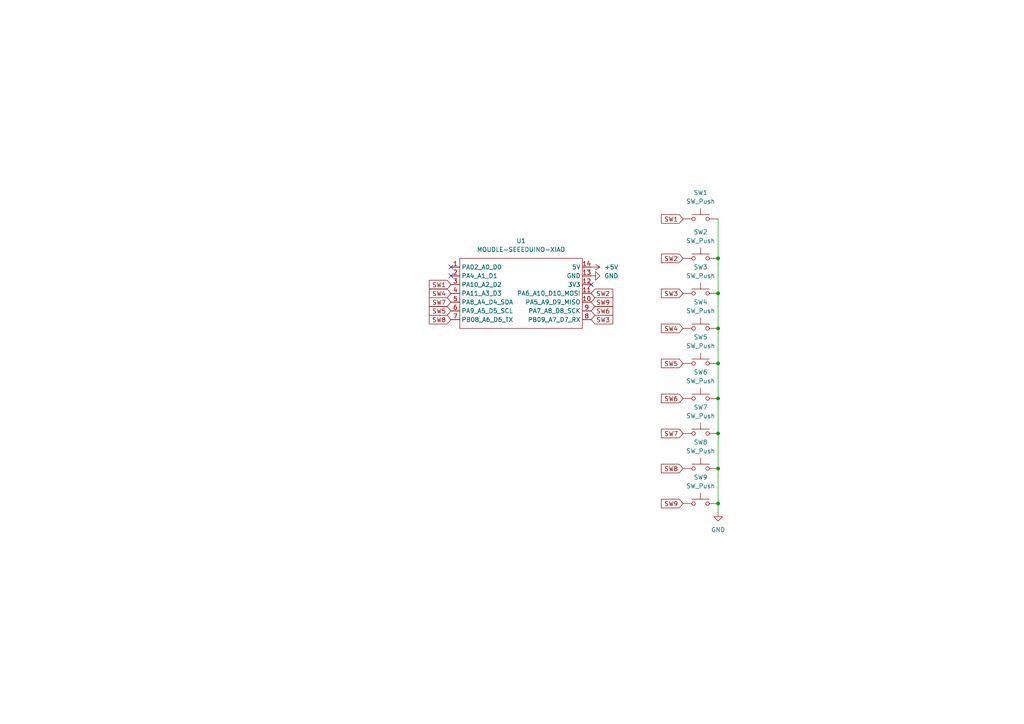
<source format=kicad_sch>
(kicad_sch
	(version 20231120)
	(generator "eeschema")
	(generator_version "8.0")
	(uuid "e85294c4-3915-4521-a263-339ab2d9fc4b")
	(paper "A4")
	(lib_symbols
		(symbol "RP2040lib:MOUDLE-SEEEDUINO-XIAO"
			(exclude_from_sim no)
			(in_bom yes)
			(on_board yes)
			(property "Reference" "U"
				(at -16.51 11.43 0)
				(effects
					(font
						(size 1.27 1.27)
					)
				)
			)
			(property "Value" "MOUDLE-SEEEDUINO-XIAO"
				(at -3.81 -11.43 0)
				(effects
					(font
						(size 1.27 1.27)
					)
				)
			)
			(property "Footprint" ""
				(at -16.51 2.54 0)
				(effects
					(font
						(size 1.27 1.27)
					)
					(hide yes)
				)
			)
			(property "Datasheet" ""
				(at -16.51 2.54 0)
				(effects
					(font
						(size 1.27 1.27)
					)
					(hide yes)
				)
			)
			(property "Description" ""
				(at 0 0 0)
				(effects
					(font
						(size 1.27 1.27)
					)
					(hide yes)
				)
			)
			(symbol "MOUDLE-SEEEDUINO-XIAO_0_1"
				(rectangle
					(start -16.51 10.16)
					(end 19.05 -10.16)
					(stroke
						(width 0)
						(type default)
					)
					(fill
						(type none)
					)
				)
			)
			(symbol "MOUDLE-SEEEDUINO-XIAO_1_1"
				(pin passive line
					(at -19.05 7.62 0)
					(length 2.54)
					(name "PA02_A0_D0"
						(effects
							(font
								(size 1.27 1.27)
							)
						)
					)
					(number "1"
						(effects
							(font
								(size 1.27 1.27)
							)
						)
					)
				)
				(pin passive line
					(at 21.59 -2.54 180)
					(length 2.54)
					(name "PA5_A9_D9_MISO"
						(effects
							(font
								(size 1.27 1.27)
							)
						)
					)
					(number "10"
						(effects
							(font
								(size 1.27 1.27)
							)
						)
					)
				)
				(pin passive line
					(at 21.59 0 180)
					(length 2.54)
					(name "PA6_A10_D10_MOSI"
						(effects
							(font
								(size 1.27 1.27)
							)
						)
					)
					(number "11"
						(effects
							(font
								(size 1.27 1.27)
							)
						)
					)
				)
				(pin passive line
					(at 21.59 2.54 180)
					(length 2.54)
					(name "3V3"
						(effects
							(font
								(size 1.27 1.27)
							)
						)
					)
					(number "12"
						(effects
							(font
								(size 1.27 1.27)
							)
						)
					)
				)
				(pin passive line
					(at 21.59 5.08 180)
					(length 2.54)
					(name "GND"
						(effects
							(font
								(size 1.27 1.27)
							)
						)
					)
					(number "13"
						(effects
							(font
								(size 1.27 1.27)
							)
						)
					)
				)
				(pin passive line
					(at 21.59 7.62 180)
					(length 2.54)
					(name "5V"
						(effects
							(font
								(size 1.27 1.27)
							)
						)
					)
					(number "14"
						(effects
							(font
								(size 1.27 1.27)
							)
						)
					)
				)
				(pin passive line
					(at -19.05 5.08 0)
					(length 2.54)
					(name "PA4_A1_D1"
						(effects
							(font
								(size 1.27 1.27)
							)
						)
					)
					(number "2"
						(effects
							(font
								(size 1.27 1.27)
							)
						)
					)
				)
				(pin passive line
					(at -19.05 2.54 0)
					(length 2.54)
					(name "PA10_A2_D2"
						(effects
							(font
								(size 1.27 1.27)
							)
						)
					)
					(number "3"
						(effects
							(font
								(size 1.27 1.27)
							)
						)
					)
				)
				(pin passive line
					(at -19.05 0 0)
					(length 2.54)
					(name "PA11_A3_D3"
						(effects
							(font
								(size 1.27 1.27)
							)
						)
					)
					(number "4"
						(effects
							(font
								(size 1.27 1.27)
							)
						)
					)
				)
				(pin passive line
					(at -19.05 -2.54 0)
					(length 2.54)
					(name "PA8_A4_D4_SDA"
						(effects
							(font
								(size 1.27 1.27)
							)
						)
					)
					(number "5"
						(effects
							(font
								(size 1.27 1.27)
							)
						)
					)
				)
				(pin passive line
					(at -19.05 -5.08 0)
					(length 2.54)
					(name "PA9_A5_D5_SCL"
						(effects
							(font
								(size 1.27 1.27)
							)
						)
					)
					(number "6"
						(effects
							(font
								(size 1.27 1.27)
							)
						)
					)
				)
				(pin passive line
					(at -19.05 -7.62 0)
					(length 2.54)
					(name "PB08_A6_D6_TX"
						(effects
							(font
								(size 1.27 1.27)
							)
						)
					)
					(number "7"
						(effects
							(font
								(size 1.27 1.27)
							)
						)
					)
				)
				(pin passive line
					(at 21.59 -7.62 180)
					(length 2.54)
					(name "PB09_A7_D7_RX"
						(effects
							(font
								(size 1.27 1.27)
							)
						)
					)
					(number "8"
						(effects
							(font
								(size 1.27 1.27)
							)
						)
					)
				)
				(pin passive line
					(at 21.59 -5.08 180)
					(length 2.54)
					(name "PA7_A8_D8_SCK"
						(effects
							(font
								(size 1.27 1.27)
							)
						)
					)
					(number "9"
						(effects
							(font
								(size 1.27 1.27)
							)
						)
					)
				)
			)
		)
		(symbol "Switch:SW_Push"
			(pin_numbers hide)
			(pin_names
				(offset 1.016) hide)
			(exclude_from_sim no)
			(in_bom yes)
			(on_board yes)
			(property "Reference" "SW"
				(at 1.27 2.54 0)
				(effects
					(font
						(size 1.27 1.27)
					)
					(justify left)
				)
			)
			(property "Value" "SW_Push"
				(at 0 -1.524 0)
				(effects
					(font
						(size 1.27 1.27)
					)
				)
			)
			(property "Footprint" ""
				(at 0 5.08 0)
				(effects
					(font
						(size 1.27 1.27)
					)
					(hide yes)
				)
			)
			(property "Datasheet" "~"
				(at 0 5.08 0)
				(effects
					(font
						(size 1.27 1.27)
					)
					(hide yes)
				)
			)
			(property "Description" "Push button switch, generic, two pins"
				(at 0 0 0)
				(effects
					(font
						(size 1.27 1.27)
					)
					(hide yes)
				)
			)
			(property "ki_keywords" "switch normally-open pushbutton push-button"
				(at 0 0 0)
				(effects
					(font
						(size 1.27 1.27)
					)
					(hide yes)
				)
			)
			(symbol "SW_Push_0_1"
				(circle
					(center -2.032 0)
					(radius 0.508)
					(stroke
						(width 0)
						(type default)
					)
					(fill
						(type none)
					)
				)
				(polyline
					(pts
						(xy 0 1.27) (xy 0 3.048)
					)
					(stroke
						(width 0)
						(type default)
					)
					(fill
						(type none)
					)
				)
				(polyline
					(pts
						(xy 2.54 1.27) (xy -2.54 1.27)
					)
					(stroke
						(width 0)
						(type default)
					)
					(fill
						(type none)
					)
				)
				(circle
					(center 2.032 0)
					(radius 0.508)
					(stroke
						(width 0)
						(type default)
					)
					(fill
						(type none)
					)
				)
				(pin passive line
					(at -5.08 0 0)
					(length 2.54)
					(name "1"
						(effects
							(font
								(size 1.27 1.27)
							)
						)
					)
					(number "1"
						(effects
							(font
								(size 1.27 1.27)
							)
						)
					)
				)
				(pin passive line
					(at 5.08 0 180)
					(length 2.54)
					(name "2"
						(effects
							(font
								(size 1.27 1.27)
							)
						)
					)
					(number "2"
						(effects
							(font
								(size 1.27 1.27)
							)
						)
					)
				)
			)
		)
		(symbol "power:+5V"
			(power)
			(pin_numbers hide)
			(pin_names
				(offset 0) hide)
			(exclude_from_sim no)
			(in_bom yes)
			(on_board yes)
			(property "Reference" "#PWR"
				(at 0 -3.81 0)
				(effects
					(font
						(size 1.27 1.27)
					)
					(hide yes)
				)
			)
			(property "Value" "+5V"
				(at 0 3.556 0)
				(effects
					(font
						(size 1.27 1.27)
					)
				)
			)
			(property "Footprint" ""
				(at 0 0 0)
				(effects
					(font
						(size 1.27 1.27)
					)
					(hide yes)
				)
			)
			(property "Datasheet" ""
				(at 0 0 0)
				(effects
					(font
						(size 1.27 1.27)
					)
					(hide yes)
				)
			)
			(property "Description" "Power symbol creates a global label with name \"+5V\""
				(at 0 0 0)
				(effects
					(font
						(size 1.27 1.27)
					)
					(hide yes)
				)
			)
			(property "ki_keywords" "global power"
				(at 0 0 0)
				(effects
					(font
						(size 1.27 1.27)
					)
					(hide yes)
				)
			)
			(symbol "+5V_0_1"
				(polyline
					(pts
						(xy -0.762 1.27) (xy 0 2.54)
					)
					(stroke
						(width 0)
						(type default)
					)
					(fill
						(type none)
					)
				)
				(polyline
					(pts
						(xy 0 0) (xy 0 2.54)
					)
					(stroke
						(width 0)
						(type default)
					)
					(fill
						(type none)
					)
				)
				(polyline
					(pts
						(xy 0 2.54) (xy 0.762 1.27)
					)
					(stroke
						(width 0)
						(type default)
					)
					(fill
						(type none)
					)
				)
			)
			(symbol "+5V_1_1"
				(pin power_in line
					(at 0 0 90)
					(length 0)
					(name "~"
						(effects
							(font
								(size 1.27 1.27)
							)
						)
					)
					(number "1"
						(effects
							(font
								(size 1.27 1.27)
							)
						)
					)
				)
			)
		)
		(symbol "power:GND"
			(power)
			(pin_numbers hide)
			(pin_names
				(offset 0) hide)
			(exclude_from_sim no)
			(in_bom yes)
			(on_board yes)
			(property "Reference" "#PWR"
				(at 0 -6.35 0)
				(effects
					(font
						(size 1.27 1.27)
					)
					(hide yes)
				)
			)
			(property "Value" "GND"
				(at 0 -3.81 0)
				(effects
					(font
						(size 1.27 1.27)
					)
				)
			)
			(property "Footprint" ""
				(at 0 0 0)
				(effects
					(font
						(size 1.27 1.27)
					)
					(hide yes)
				)
			)
			(property "Datasheet" ""
				(at 0 0 0)
				(effects
					(font
						(size 1.27 1.27)
					)
					(hide yes)
				)
			)
			(property "Description" "Power symbol creates a global label with name \"GND\" , ground"
				(at 0 0 0)
				(effects
					(font
						(size 1.27 1.27)
					)
					(hide yes)
				)
			)
			(property "ki_keywords" "global power"
				(at 0 0 0)
				(effects
					(font
						(size 1.27 1.27)
					)
					(hide yes)
				)
			)
			(symbol "GND_0_1"
				(polyline
					(pts
						(xy 0 0) (xy 0 -1.27) (xy 1.27 -1.27) (xy 0 -2.54) (xy -1.27 -1.27) (xy 0 -1.27)
					)
					(stroke
						(width 0)
						(type default)
					)
					(fill
						(type none)
					)
				)
			)
			(symbol "GND_1_1"
				(pin power_in line
					(at 0 0 270)
					(length 0)
					(name "~"
						(effects
							(font
								(size 1.27 1.27)
							)
						)
					)
					(number "1"
						(effects
							(font
								(size 1.27 1.27)
							)
						)
					)
				)
			)
		)
	)
	(junction
		(at 208.28 146.05)
		(diameter 0)
		(color 0 0 0 0)
		(uuid "06b59f61-48fb-4bad-a105-77f8e6f1c38a")
	)
	(junction
		(at 208.28 74.93)
		(diameter 0)
		(color 0 0 0 0)
		(uuid "2666510a-6668-45d5-b612-926f1b8b0b7f")
	)
	(junction
		(at 208.28 135.89)
		(diameter 0)
		(color 0 0 0 0)
		(uuid "7b3fb772-8e4c-4868-9d20-735ce3cb1c76")
	)
	(junction
		(at 208.28 95.25)
		(diameter 0)
		(color 0 0 0 0)
		(uuid "b1a98be6-072b-4491-b1f8-42532252845a")
	)
	(junction
		(at 208.28 115.57)
		(diameter 0)
		(color 0 0 0 0)
		(uuid "b2499325-b7a1-4872-a184-46a30a45d6e6")
	)
	(junction
		(at 208.28 125.73)
		(diameter 0)
		(color 0 0 0 0)
		(uuid "c4d95d79-d7d1-4dc7-85a3-b86fb318d520")
	)
	(junction
		(at 208.28 85.09)
		(diameter 0)
		(color 0 0 0 0)
		(uuid "e4b749d2-ef0e-4100-a617-3612248ec44f")
	)
	(junction
		(at 208.28 105.41)
		(diameter 0)
		(color 0 0 0 0)
		(uuid "f9a9f9c3-894c-4560-81a4-31e7ebced7b9")
	)
	(no_connect
		(at 130.81 80.01)
		(uuid "1719a1bc-6fab-47e9-95a2-269d7cb12832")
	)
	(no_connect
		(at 130.81 77.47)
		(uuid "69e19833-8858-41e7-a84d-4601db7fb2b2")
	)
	(no_connect
		(at 171.45 82.55)
		(uuid "fbc754ad-1db7-40a2-8918-466b54c1eb91")
	)
	(wire
		(pts
			(xy 208.28 105.41) (xy 208.28 115.57)
		)
		(stroke
			(width 0)
			(type default)
		)
		(uuid "0385f56a-0f25-4292-bfe8-15443fc89de1")
	)
	(wire
		(pts
			(xy 208.28 115.57) (xy 208.28 125.73)
		)
		(stroke
			(width 0)
			(type default)
		)
		(uuid "1dec924a-ca2f-4c9c-bd50-ba4d61aacba6")
	)
	(wire
		(pts
			(xy 208.28 135.89) (xy 208.28 146.05)
		)
		(stroke
			(width 0)
			(type default)
		)
		(uuid "2348a967-6c5c-4d5c-8c8c-99bd842bcfa2")
	)
	(wire
		(pts
			(xy 208.28 85.09) (xy 208.28 95.25)
		)
		(stroke
			(width 0)
			(type default)
		)
		(uuid "59b8b601-e24e-41f9-ae1d-a1e487625091")
	)
	(wire
		(pts
			(xy 208.28 146.05) (xy 208.28 148.59)
		)
		(stroke
			(width 0)
			(type default)
		)
		(uuid "73ad7d52-7258-417a-a843-9db1738b238e")
	)
	(wire
		(pts
			(xy 208.28 95.25) (xy 208.28 105.41)
		)
		(stroke
			(width 0)
			(type default)
		)
		(uuid "b7d2df30-f138-4b5b-b8e1-54dc281e6496")
	)
	(wire
		(pts
			(xy 208.28 125.73) (xy 208.28 135.89)
		)
		(stroke
			(width 0)
			(type default)
		)
		(uuid "ca54b330-0d85-4c22-805c-b37b648997e6")
	)
	(wire
		(pts
			(xy 208.28 63.5) (xy 208.28 74.93)
		)
		(stroke
			(width 0)
			(type default)
		)
		(uuid "cba1ae4c-ed09-49d4-872c-b706aa6a81a0")
	)
	(wire
		(pts
			(xy 208.28 74.93) (xy 208.28 85.09)
		)
		(stroke
			(width 0)
			(type default)
		)
		(uuid "fe2eafd0-bec1-4327-ab4e-a19ae3ac084e")
	)
	(global_label "SW1"
		(shape input)
		(at 130.81 82.55 180)
		(fields_autoplaced yes)
		(effects
			(font
				(size 1.27 1.27)
			)
			(justify right)
		)
		(uuid "1ecfcc2d-6410-477e-9318-a9a649089c30")
		(property "Intersheetrefs" "${INTERSHEET_REFS}"
			(at 123.9544 82.55 0)
			(effects
				(font
					(size 1.27 1.27)
				)
				(justify right)
				(hide yes)
			)
		)
	)
	(global_label "SW8"
		(shape input)
		(at 198.12 135.89 180)
		(fields_autoplaced yes)
		(effects
			(font
				(size 1.27 1.27)
			)
			(justify right)
		)
		(uuid "1fbfa859-385d-4752-ae4a-a5c5b656fc3b")
		(property "Intersheetrefs" "${INTERSHEET_REFS}"
			(at 191.2644 135.89 0)
			(effects
				(font
					(size 1.27 1.27)
				)
				(justify right)
				(hide yes)
			)
		)
	)
	(global_label "SW9"
		(shape input)
		(at 171.45 87.63 0)
		(fields_autoplaced yes)
		(effects
			(font
				(size 1.27 1.27)
			)
			(justify left)
		)
		(uuid "238eec7b-fd14-400a-8f8c-930b35c1db15")
		(property "Intersheetrefs" "${INTERSHEET_REFS}"
			(at 178.3056 87.63 0)
			(effects
				(font
					(size 1.27 1.27)
				)
				(justify left)
				(hide yes)
			)
		)
	)
	(global_label "SW6"
		(shape input)
		(at 171.45 90.17 0)
		(fields_autoplaced yes)
		(effects
			(font
				(size 1.27 1.27)
			)
			(justify left)
		)
		(uuid "2578bff3-a491-4587-85c6-e72d58e2693d")
		(property "Intersheetrefs" "${INTERSHEET_REFS}"
			(at 178.3056 90.17 0)
			(effects
				(font
					(size 1.27 1.27)
				)
				(justify left)
				(hide yes)
			)
		)
	)
	(global_label "SW2"
		(shape input)
		(at 171.45 85.09 0)
		(fields_autoplaced yes)
		(effects
			(font
				(size 1.27 1.27)
			)
			(justify left)
		)
		(uuid "346baebc-fe36-4aa3-a471-bb9216945b06")
		(property "Intersheetrefs" "${INTERSHEET_REFS}"
			(at 178.3056 85.09 0)
			(effects
				(font
					(size 1.27 1.27)
				)
				(justify left)
				(hide yes)
			)
		)
	)
	(global_label "SW6"
		(shape input)
		(at 198.12 115.57 180)
		(fields_autoplaced yes)
		(effects
			(font
				(size 1.27 1.27)
			)
			(justify right)
		)
		(uuid "3744b71f-143c-49ad-8c6d-84290cc19991")
		(property "Intersheetrefs" "${INTERSHEET_REFS}"
			(at 191.2644 115.57 0)
			(effects
				(font
					(size 1.27 1.27)
				)
				(justify right)
				(hide yes)
			)
		)
	)
	(global_label "SW7"
		(shape input)
		(at 198.12 125.73 180)
		(fields_autoplaced yes)
		(effects
			(font
				(size 1.27 1.27)
			)
			(justify right)
		)
		(uuid "428a23e7-5733-4768-9094-baa31616fb0f")
		(property "Intersheetrefs" "${INTERSHEET_REFS}"
			(at 191.2644 125.73 0)
			(effects
				(font
					(size 1.27 1.27)
				)
				(justify right)
				(hide yes)
			)
		)
	)
	(global_label "SW7"
		(shape input)
		(at 130.81 87.63 180)
		(fields_autoplaced yes)
		(effects
			(font
				(size 1.27 1.27)
			)
			(justify right)
		)
		(uuid "4795eb04-bd8b-4db9-b4b2-a0c903512c7d")
		(property "Intersheetrefs" "${INTERSHEET_REFS}"
			(at 123.9544 87.63 0)
			(effects
				(font
					(size 1.27 1.27)
				)
				(justify right)
				(hide yes)
			)
		)
	)
	(global_label "SW1"
		(shape input)
		(at 198.12 63.5 180)
		(fields_autoplaced yes)
		(effects
			(font
				(size 1.27 1.27)
			)
			(justify right)
		)
		(uuid "52ab3035-818f-4285-a782-51268b5f1e98")
		(property "Intersheetrefs" "${INTERSHEET_REFS}"
			(at 191.2644 63.5 0)
			(effects
				(font
					(size 1.27 1.27)
				)
				(justify right)
				(hide yes)
			)
		)
	)
	(global_label "SW8"
		(shape input)
		(at 130.81 92.71 180)
		(fields_autoplaced yes)
		(effects
			(font
				(size 1.27 1.27)
			)
			(justify right)
		)
		(uuid "6b61f953-b43d-4935-a853-1b482195c4ae")
		(property "Intersheetrefs" "${INTERSHEET_REFS}"
			(at 123.9544 92.71 0)
			(effects
				(font
					(size 1.27 1.27)
				)
				(justify right)
				(hide yes)
			)
		)
	)
	(global_label "SW3"
		(shape input)
		(at 171.45 92.71 0)
		(fields_autoplaced yes)
		(effects
			(font
				(size 1.27 1.27)
			)
			(justify left)
		)
		(uuid "72efc738-d48c-4947-809c-f49da9d8aa92")
		(property "Intersheetrefs" "${INTERSHEET_REFS}"
			(at 178.3056 92.71 0)
			(effects
				(font
					(size 1.27 1.27)
				)
				(justify left)
				(hide yes)
			)
		)
	)
	(global_label "SW5"
		(shape input)
		(at 198.12 105.41 180)
		(fields_autoplaced yes)
		(effects
			(font
				(size 1.27 1.27)
			)
			(justify right)
		)
		(uuid "88a4dbb6-15ef-4a1d-82c0-070c8f0ace16")
		(property "Intersheetrefs" "${INTERSHEET_REFS}"
			(at 191.2644 105.41 0)
			(effects
				(font
					(size 1.27 1.27)
				)
				(justify right)
				(hide yes)
			)
		)
	)
	(global_label "SW2"
		(shape input)
		(at 198.12 74.93 180)
		(fields_autoplaced yes)
		(effects
			(font
				(size 1.27 1.27)
			)
			(justify right)
		)
		(uuid "89583503-d9fb-4b35-b411-b8282adf7b8c")
		(property "Intersheetrefs" "${INTERSHEET_REFS}"
			(at 191.2644 74.93 0)
			(effects
				(font
					(size 1.27 1.27)
				)
				(justify right)
				(hide yes)
			)
		)
	)
	(global_label "SW9"
		(shape input)
		(at 198.12 146.05 180)
		(fields_autoplaced yes)
		(effects
			(font
				(size 1.27 1.27)
			)
			(justify right)
		)
		(uuid "aa393be1-cab1-4b7d-b946-834e90743a7f")
		(property "Intersheetrefs" "${INTERSHEET_REFS}"
			(at 191.2644 146.05 0)
			(effects
				(font
					(size 1.27 1.27)
				)
				(justify right)
				(hide yes)
			)
		)
	)
	(global_label "SW4"
		(shape input)
		(at 130.81 85.09 180)
		(fields_autoplaced yes)
		(effects
			(font
				(size 1.27 1.27)
			)
			(justify right)
		)
		(uuid "ad28038a-2ce4-4f6a-9fcc-cfc1f1bfa17d")
		(property "Intersheetrefs" "${INTERSHEET_REFS}"
			(at 123.9544 85.09 0)
			(effects
				(font
					(size 1.27 1.27)
				)
				(justify right)
				(hide yes)
			)
		)
	)
	(global_label "SW4"
		(shape input)
		(at 198.12 95.25 180)
		(fields_autoplaced yes)
		(effects
			(font
				(size 1.27 1.27)
			)
			(justify right)
		)
		(uuid "be6c08ba-3882-4337-aad3-bf385a8fd80b")
		(property "Intersheetrefs" "${INTERSHEET_REFS}"
			(at 191.2644 95.25 0)
			(effects
				(font
					(size 1.27 1.27)
				)
				(justify right)
				(hide yes)
			)
		)
	)
	(global_label "SW5"
		(shape input)
		(at 130.81 90.17 180)
		(fields_autoplaced yes)
		(effects
			(font
				(size 1.27 1.27)
			)
			(justify right)
		)
		(uuid "e79b5648-f4df-43d6-9c31-5a2ce40dff92")
		(property "Intersheetrefs" "${INTERSHEET_REFS}"
			(at 123.9544 90.17 0)
			(effects
				(font
					(size 1.27 1.27)
				)
				(justify right)
				(hide yes)
			)
		)
	)
	(global_label "SW3"
		(shape input)
		(at 198.12 85.09 180)
		(fields_autoplaced yes)
		(effects
			(font
				(size 1.27 1.27)
			)
			(justify right)
		)
		(uuid "e805bcf0-97d7-445b-bbb0-2b12b58b3ba2")
		(property "Intersheetrefs" "${INTERSHEET_REFS}"
			(at 191.2644 85.09 0)
			(effects
				(font
					(size 1.27 1.27)
				)
				(justify right)
				(hide yes)
			)
		)
	)
	(symbol
		(lib_id "Switch:SW_Push")
		(at 203.2 135.89 0)
		(unit 1)
		(exclude_from_sim no)
		(in_bom yes)
		(on_board yes)
		(dnp no)
		(fields_autoplaced yes)
		(uuid "10b0339e-94b2-409a-a8a9-6a491d3561d4")
		(property "Reference" "SW8"
			(at 203.2 128.27 0)
			(effects
				(font
					(size 1.27 1.27)
				)
			)
		)
		(property "Value" "SW_Push"
			(at 203.2 130.81 0)
			(effects
				(font
					(size 1.27 1.27)
				)
			)
		)
		(property "Footprint" "Button_Switch_Keyboard:SW_Cherry_MX_1.00u_PCB"
			(at 203.2 130.81 0)
			(effects
				(font
					(size 1.27 1.27)
				)
				(hide yes)
			)
		)
		(property "Datasheet" "~"
			(at 203.2 130.81 0)
			(effects
				(font
					(size 1.27 1.27)
				)
				(hide yes)
			)
		)
		(property "Description" "Push button switch, generic, two pins"
			(at 203.2 135.89 0)
			(effects
				(font
					(size 1.27 1.27)
				)
				(hide yes)
			)
		)
		(pin "1"
			(uuid "4ac21cde-8f86-48c3-8a95-86acfe22beb2")
		)
		(pin "2"
			(uuid "188159de-d4e9-48ec-9d86-01a0b50a5b4b")
		)
		(instances
			(project "hackapad"
				(path "/e85294c4-3915-4521-a263-339ab2d9fc4b"
					(reference "SW8")
					(unit 1)
				)
			)
		)
	)
	(symbol
		(lib_id "power:+5V")
		(at 171.45 77.47 270)
		(unit 1)
		(exclude_from_sim no)
		(in_bom yes)
		(on_board yes)
		(dnp no)
		(fields_autoplaced yes)
		(uuid "1427f96a-cfa4-4617-9389-161fa37457f9")
		(property "Reference" "#PWR03"
			(at 167.64 77.47 0)
			(effects
				(font
					(size 1.27 1.27)
				)
				(hide yes)
			)
		)
		(property "Value" "+5V"
			(at 175.26 77.4699 90)
			(effects
				(font
					(size 1.27 1.27)
				)
				(justify left)
			)
		)
		(property "Footprint" ""
			(at 171.45 77.47 0)
			(effects
				(font
					(size 1.27 1.27)
				)
				(hide yes)
			)
		)
		(property "Datasheet" ""
			(at 171.45 77.47 0)
			(effects
				(font
					(size 1.27 1.27)
				)
				(hide yes)
			)
		)
		(property "Description" "Power symbol creates a global label with name \"+5V\""
			(at 171.45 77.47 0)
			(effects
				(font
					(size 1.27 1.27)
				)
				(hide yes)
			)
		)
		(pin "1"
			(uuid "5bc5bb8b-b710-4561-a919-9d0301684853")
		)
		(instances
			(project ""
				(path "/e85294c4-3915-4521-a263-339ab2d9fc4b"
					(reference "#PWR03")
					(unit 1)
				)
			)
		)
	)
	(symbol
		(lib_id "Switch:SW_Push")
		(at 203.2 125.73 0)
		(unit 1)
		(exclude_from_sim no)
		(in_bom yes)
		(on_board yes)
		(dnp no)
		(fields_autoplaced yes)
		(uuid "29072481-9af9-46b3-acca-35545294cd61")
		(property "Reference" "SW7"
			(at 203.2 118.11 0)
			(effects
				(font
					(size 1.27 1.27)
				)
			)
		)
		(property "Value" "SW_Push"
			(at 203.2 120.65 0)
			(effects
				(font
					(size 1.27 1.27)
				)
			)
		)
		(property "Footprint" "Button_Switch_Keyboard:SW_Cherry_MX_1.00u_PCB"
			(at 203.2 120.65 0)
			(effects
				(font
					(size 1.27 1.27)
				)
				(hide yes)
			)
		)
		(property "Datasheet" "~"
			(at 203.2 120.65 0)
			(effects
				(font
					(size 1.27 1.27)
				)
				(hide yes)
			)
		)
		(property "Description" "Push button switch, generic, two pins"
			(at 203.2 125.73 0)
			(effects
				(font
					(size 1.27 1.27)
				)
				(hide yes)
			)
		)
		(pin "1"
			(uuid "e82f530f-6cdf-44a6-85e1-ae3beb2b7134")
		)
		(pin "2"
			(uuid "1ba622ff-ef1d-42f0-98e3-08dafca6c0eb")
		)
		(instances
			(project "hackapad"
				(path "/e85294c4-3915-4521-a263-339ab2d9fc4b"
					(reference "SW7")
					(unit 1)
				)
			)
		)
	)
	(symbol
		(lib_id "Switch:SW_Push")
		(at 203.2 95.25 0)
		(unit 1)
		(exclude_from_sim no)
		(in_bom yes)
		(on_board yes)
		(dnp no)
		(fields_autoplaced yes)
		(uuid "65d2a5ae-2b46-4cef-ae71-74285b827cd6")
		(property "Reference" "SW4"
			(at 203.2 87.63 0)
			(effects
				(font
					(size 1.27 1.27)
				)
			)
		)
		(property "Value" "SW_Push"
			(at 203.2 90.17 0)
			(effects
				(font
					(size 1.27 1.27)
				)
			)
		)
		(property "Footprint" "Button_Switch_Keyboard:SW_Cherry_MX_1.00u_PCB"
			(at 203.2 90.17 0)
			(effects
				(font
					(size 1.27 1.27)
				)
				(hide yes)
			)
		)
		(property "Datasheet" "~"
			(at 203.2 90.17 0)
			(effects
				(font
					(size 1.27 1.27)
				)
				(hide yes)
			)
		)
		(property "Description" "Push button switch, generic, two pins"
			(at 203.2 95.25 0)
			(effects
				(font
					(size 1.27 1.27)
				)
				(hide yes)
			)
		)
		(pin "1"
			(uuid "bc60e1ea-f40e-4a66-8d5f-857ae66448c4")
		)
		(pin "2"
			(uuid "8000dbac-8738-4aee-8291-e734b6ebb62c")
		)
		(instances
			(project "hackapad"
				(path "/e85294c4-3915-4521-a263-339ab2d9fc4b"
					(reference "SW4")
					(unit 1)
				)
			)
		)
	)
	(symbol
		(lib_id "Switch:SW_Push")
		(at 203.2 146.05 0)
		(unit 1)
		(exclude_from_sim no)
		(in_bom yes)
		(on_board yes)
		(dnp no)
		(fields_autoplaced yes)
		(uuid "77c220de-2c5f-4431-ab96-da9dedf658d6")
		(property "Reference" "SW9"
			(at 203.2 138.43 0)
			(effects
				(font
					(size 1.27 1.27)
				)
			)
		)
		(property "Value" "SW_Push"
			(at 203.2 140.97 0)
			(effects
				(font
					(size 1.27 1.27)
				)
			)
		)
		(property "Footprint" "Button_Switch_Keyboard:SW_Cherry_MX_1.00u_PCB"
			(at 203.2 140.97 0)
			(effects
				(font
					(size 1.27 1.27)
				)
				(hide yes)
			)
		)
		(property "Datasheet" "~"
			(at 203.2 140.97 0)
			(effects
				(font
					(size 1.27 1.27)
				)
				(hide yes)
			)
		)
		(property "Description" "Push button switch, generic, two pins"
			(at 203.2 146.05 0)
			(effects
				(font
					(size 1.27 1.27)
				)
				(hide yes)
			)
		)
		(pin "1"
			(uuid "6cd64e4e-9a80-4706-b608-6dba4b43dcf9")
		)
		(pin "2"
			(uuid "3abca933-3101-4664-9b73-bdc624b3ec67")
		)
		(instances
			(project "hackapad"
				(path "/e85294c4-3915-4521-a263-339ab2d9fc4b"
					(reference "SW9")
					(unit 1)
				)
			)
		)
	)
	(symbol
		(lib_id "Switch:SW_Push")
		(at 203.2 74.93 0)
		(unit 1)
		(exclude_from_sim no)
		(in_bom yes)
		(on_board yes)
		(dnp no)
		(fields_autoplaced yes)
		(uuid "898dda65-6d36-4438-8806-87541a85ee87")
		(property "Reference" "SW2"
			(at 203.2 67.31 0)
			(effects
				(font
					(size 1.27 1.27)
				)
			)
		)
		(property "Value" "SW_Push"
			(at 203.2 69.85 0)
			(effects
				(font
					(size 1.27 1.27)
				)
			)
		)
		(property "Footprint" "Button_Switch_Keyboard:SW_Cherry_MX_1.00u_PCB"
			(at 203.2 69.85 0)
			(effects
				(font
					(size 1.27 1.27)
				)
				(hide yes)
			)
		)
		(property "Datasheet" "~"
			(at 203.2 69.85 0)
			(effects
				(font
					(size 1.27 1.27)
				)
				(hide yes)
			)
		)
		(property "Description" "Push button switch, generic, two pins"
			(at 203.2 74.93 0)
			(effects
				(font
					(size 1.27 1.27)
				)
				(hide yes)
			)
		)
		(pin "1"
			(uuid "7d5d6f28-5566-495b-b96a-bb8d57470a4a")
		)
		(pin "2"
			(uuid "137afe7a-0eba-449e-b4d9-c193a0d13554")
		)
		(instances
			(project "hackapad"
				(path "/e85294c4-3915-4521-a263-339ab2d9fc4b"
					(reference "SW2")
					(unit 1)
				)
			)
		)
	)
	(symbol
		(lib_id "power:GND")
		(at 208.28 148.59 0)
		(unit 1)
		(exclude_from_sim no)
		(in_bom yes)
		(on_board yes)
		(dnp no)
		(fields_autoplaced yes)
		(uuid "93b65f1b-175b-498c-b6f7-9e13631cb133")
		(property "Reference" "#PWR01"
			(at 208.28 154.94 0)
			(effects
				(font
					(size 1.27 1.27)
				)
				(hide yes)
			)
		)
		(property "Value" "GND"
			(at 208.28 153.67 0)
			(effects
				(font
					(size 1.27 1.27)
				)
			)
		)
		(property "Footprint" ""
			(at 208.28 148.59 0)
			(effects
				(font
					(size 1.27 1.27)
				)
				(hide yes)
			)
		)
		(property "Datasheet" ""
			(at 208.28 148.59 0)
			(effects
				(font
					(size 1.27 1.27)
				)
				(hide yes)
			)
		)
		(property "Description" "Power symbol creates a global label with name \"GND\" , ground"
			(at 208.28 148.59 0)
			(effects
				(font
					(size 1.27 1.27)
				)
				(hide yes)
			)
		)
		(pin "1"
			(uuid "516e0e17-4446-4956-8028-fee42d80fd3a")
		)
		(instances
			(project ""
				(path "/e85294c4-3915-4521-a263-339ab2d9fc4b"
					(reference "#PWR01")
					(unit 1)
				)
			)
		)
	)
	(symbol
		(lib_id "Switch:SW_Push")
		(at 203.2 115.57 0)
		(unit 1)
		(exclude_from_sim no)
		(in_bom yes)
		(on_board yes)
		(dnp no)
		(fields_autoplaced yes)
		(uuid "a7b1fd05-741a-4560-8eac-e0bf1b86f10f")
		(property "Reference" "SW6"
			(at 203.2 107.95 0)
			(effects
				(font
					(size 1.27 1.27)
				)
			)
		)
		(property "Value" "SW_Push"
			(at 203.2 110.49 0)
			(effects
				(font
					(size 1.27 1.27)
				)
			)
		)
		(property "Footprint" "Button_Switch_Keyboard:SW_Cherry_MX_1.00u_PCB"
			(at 203.2 110.49 0)
			(effects
				(font
					(size 1.27 1.27)
				)
				(hide yes)
			)
		)
		(property "Datasheet" "~"
			(at 203.2 110.49 0)
			(effects
				(font
					(size 1.27 1.27)
				)
				(hide yes)
			)
		)
		(property "Description" "Push button switch, generic, two pins"
			(at 203.2 115.57 0)
			(effects
				(font
					(size 1.27 1.27)
				)
				(hide yes)
			)
		)
		(pin "1"
			(uuid "d83c280d-6642-4a80-8c45-1cb5663aa56a")
		)
		(pin "2"
			(uuid "4e966965-5141-44e5-bfd5-5d9734f79ed3")
		)
		(instances
			(project "hackapad"
				(path "/e85294c4-3915-4521-a263-339ab2d9fc4b"
					(reference "SW6")
					(unit 1)
				)
			)
		)
	)
	(symbol
		(lib_id "RP2040lib:MOUDLE-SEEEDUINO-XIAO")
		(at 149.86 85.09 0)
		(unit 1)
		(exclude_from_sim no)
		(in_bom yes)
		(on_board yes)
		(dnp no)
		(fields_autoplaced yes)
		(uuid "ba66f5a8-5a50-4e95-b524-51b52311db62")
		(property "Reference" "U1"
			(at 151.13 69.85 0)
			(effects
				(font
					(size 1.27 1.27)
				)
			)
		)
		(property "Value" "MOUDLE-SEEEDUINO-XIAO"
			(at 151.13 72.39 0)
			(effects
				(font
					(size 1.27 1.27)
				)
			)
		)
		(property "Footprint" "RP2040lib:XIAO-Generic-Hybrid-14P-2.54-21X17.8MM"
			(at 133.35 82.55 0)
			(effects
				(font
					(size 1.27 1.27)
				)
				(hide yes)
			)
		)
		(property "Datasheet" ""
			(at 133.35 82.55 0)
			(effects
				(font
					(size 1.27 1.27)
				)
				(hide yes)
			)
		)
		(property "Description" ""
			(at 149.86 85.09 0)
			(effects
				(font
					(size 1.27 1.27)
				)
				(hide yes)
			)
		)
		(pin "5"
			(uuid "8e3a14a7-dee4-4f4e-8da1-223108eb3b17")
		)
		(pin "4"
			(uuid "486d45cb-22a3-4b99-abd7-430b8ae97b2f")
		)
		(pin "12"
			(uuid "5f6cb6b2-ee2d-42b1-8c57-063d0f0826fc")
		)
		(pin "14"
			(uuid "47776194-f5b5-4118-819d-5a1d350e9137")
		)
		(pin "9"
			(uuid "37899b6e-68b5-4b2e-89c1-fa9dfb78f298")
		)
		(pin "1"
			(uuid "2472d98b-b2fa-4d46-9308-696b9ba3eeef")
		)
		(pin "2"
			(uuid "f87ab45a-5e9d-4840-ad18-9175ef8a7ff2")
		)
		(pin "10"
			(uuid "84c1d1d9-bfba-442f-9d65-96abd1012022")
		)
		(pin "11"
			(uuid "a13ceb8f-bf83-46d8-b4de-04ae52e912ba")
		)
		(pin "13"
			(uuid "7a60d742-5796-4a49-8131-93c2a9795ac7")
		)
		(pin "3"
			(uuid "bddf5ba6-c54c-4f5e-ac1f-411520794e7d")
		)
		(pin "8"
			(uuid "b037bbed-47b5-4997-a0fc-b4e9738c5be8")
		)
		(pin "7"
			(uuid "fff8c920-32e3-4b91-a603-8724f660b97e")
		)
		(pin "6"
			(uuid "1cbd632a-cf38-4032-a13b-faf248472232")
		)
		(instances
			(project ""
				(path "/e85294c4-3915-4521-a263-339ab2d9fc4b"
					(reference "U1")
					(unit 1)
				)
			)
		)
	)
	(symbol
		(lib_id "Switch:SW_Push")
		(at 203.2 85.09 0)
		(unit 1)
		(exclude_from_sim no)
		(in_bom yes)
		(on_board yes)
		(dnp no)
		(fields_autoplaced yes)
		(uuid "c0e48fa8-a1d6-405f-a636-20b670968dd4")
		(property "Reference" "SW3"
			(at 203.2 77.47 0)
			(effects
				(font
					(size 1.27 1.27)
				)
			)
		)
		(property "Value" "SW_Push"
			(at 203.2 80.01 0)
			(effects
				(font
					(size 1.27 1.27)
				)
			)
		)
		(property "Footprint" "Button_Switch_Keyboard:SW_Cherry_MX_1.00u_PCB"
			(at 203.2 80.01 0)
			(effects
				(font
					(size 1.27 1.27)
				)
				(hide yes)
			)
		)
		(property "Datasheet" "~"
			(at 203.2 80.01 0)
			(effects
				(font
					(size 1.27 1.27)
				)
				(hide yes)
			)
		)
		(property "Description" "Push button switch, generic, two pins"
			(at 203.2 85.09 0)
			(effects
				(font
					(size 1.27 1.27)
				)
				(hide yes)
			)
		)
		(pin "1"
			(uuid "c3f33eb0-2e04-4058-9b2e-681d8ea6a74a")
		)
		(pin "2"
			(uuid "250cc4b4-2345-4bac-8503-27dd960af4d8")
		)
		(instances
			(project "hackapad"
				(path "/e85294c4-3915-4521-a263-339ab2d9fc4b"
					(reference "SW3")
					(unit 1)
				)
			)
		)
	)
	(symbol
		(lib_id "Switch:SW_Push")
		(at 203.2 63.5 0)
		(unit 1)
		(exclude_from_sim no)
		(in_bom yes)
		(on_board yes)
		(dnp no)
		(fields_autoplaced yes)
		(uuid "c131c706-5ae6-420e-bf59-189f124b894b")
		(property "Reference" "SW1"
			(at 203.2 55.88 0)
			(effects
				(font
					(size 1.27 1.27)
				)
			)
		)
		(property "Value" "SW_Push"
			(at 203.2 58.42 0)
			(effects
				(font
					(size 1.27 1.27)
				)
			)
		)
		(property "Footprint" "Button_Switch_Keyboard:SW_Cherry_MX_1.00u_PCB"
			(at 203.2 58.42 0)
			(effects
				(font
					(size 1.27 1.27)
				)
				(hide yes)
			)
		)
		(property "Datasheet" "~"
			(at 203.2 58.42 0)
			(effects
				(font
					(size 1.27 1.27)
				)
				(hide yes)
			)
		)
		(property "Description" "Push button switch, generic, two pins"
			(at 203.2 63.5 0)
			(effects
				(font
					(size 1.27 1.27)
				)
				(hide yes)
			)
		)
		(pin "1"
			(uuid "0cd1f2d9-19b3-430d-874c-b346b492116b")
		)
		(pin "2"
			(uuid "8fb1a39e-f168-4e8e-b444-5dd980d101d7")
		)
		(instances
			(project ""
				(path "/e85294c4-3915-4521-a263-339ab2d9fc4b"
					(reference "SW1")
					(unit 1)
				)
			)
		)
	)
	(symbol
		(lib_id "power:GND")
		(at 171.45 80.01 90)
		(unit 1)
		(exclude_from_sim no)
		(in_bom yes)
		(on_board yes)
		(dnp no)
		(fields_autoplaced yes)
		(uuid "c63f2ee4-8125-45f4-b12e-044ecf05dc96")
		(property "Reference" "#PWR02"
			(at 177.8 80.01 0)
			(effects
				(font
					(size 1.27 1.27)
				)
				(hide yes)
			)
		)
		(property "Value" "GND"
			(at 175.26 80.0099 90)
			(effects
				(font
					(size 1.27 1.27)
				)
				(justify right)
			)
		)
		(property "Footprint" ""
			(at 171.45 80.01 0)
			(effects
				(font
					(size 1.27 1.27)
				)
				(hide yes)
			)
		)
		(property "Datasheet" ""
			(at 171.45 80.01 0)
			(effects
				(font
					(size 1.27 1.27)
				)
				(hide yes)
			)
		)
		(property "Description" "Power symbol creates a global label with name \"GND\" , ground"
			(at 171.45 80.01 0)
			(effects
				(font
					(size 1.27 1.27)
				)
				(hide yes)
			)
		)
		(pin "1"
			(uuid "4fab94fa-885e-47d9-b451-dd6ff4e1f0fd")
		)
		(instances
			(project "hackapad"
				(path "/e85294c4-3915-4521-a263-339ab2d9fc4b"
					(reference "#PWR02")
					(unit 1)
				)
			)
		)
	)
	(symbol
		(lib_id "Switch:SW_Push")
		(at 203.2 105.41 0)
		(unit 1)
		(exclude_from_sim no)
		(in_bom yes)
		(on_board yes)
		(dnp no)
		(fields_autoplaced yes)
		(uuid "fe4ec867-78a6-4aaf-9562-5c6e73a5e90f")
		(property "Reference" "SW5"
			(at 203.2 97.79 0)
			(effects
				(font
					(size 1.27 1.27)
				)
			)
		)
		(property "Value" "SW_Push"
			(at 203.2 100.33 0)
			(effects
				(font
					(size 1.27 1.27)
				)
			)
		)
		(property "Footprint" "Button_Switch_Keyboard:SW_Cherry_MX_1.00u_PCB"
			(at 203.2 100.33 0)
			(effects
				(font
					(size 1.27 1.27)
				)
				(hide yes)
			)
		)
		(property "Datasheet" "~"
			(at 203.2 100.33 0)
			(effects
				(font
					(size 1.27 1.27)
				)
				(hide yes)
			)
		)
		(property "Description" "Push button switch, generic, two pins"
			(at 203.2 105.41 0)
			(effects
				(font
					(size 1.27 1.27)
				)
				(hide yes)
			)
		)
		(pin "1"
			(uuid "47734c92-2d48-4911-9727-ff16ff91d36a")
		)
		(pin "2"
			(uuid "97b3c344-e5e8-4822-985c-9cfaeeea09ad")
		)
		(instances
			(project "hackapad"
				(path "/e85294c4-3915-4521-a263-339ab2d9fc4b"
					(reference "SW5")
					(unit 1)
				)
			)
		)
	)
	(sheet_instances
		(path "/"
			(page "1")
		)
	)
)

</source>
